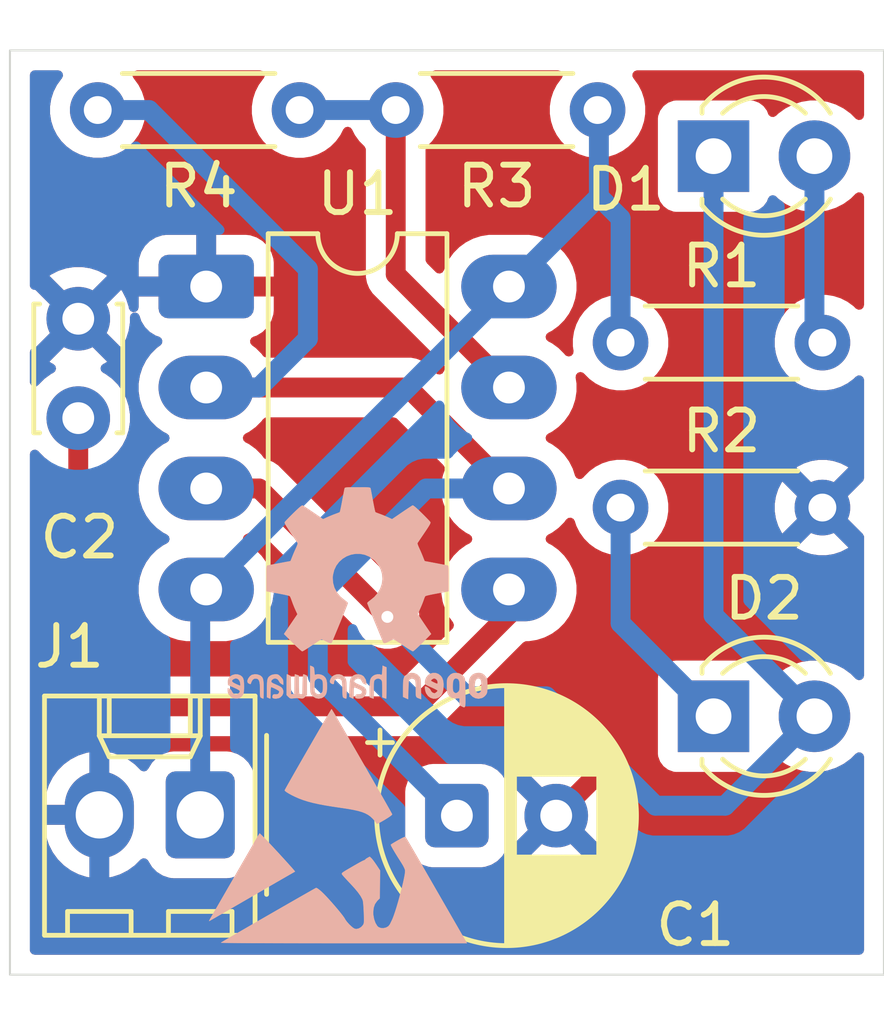
<source format=kicad_pcb>
(kicad_pcb (version 20241229) (generator "pcbnew") (generator_version "9.0")
  (layers (0 "F.Cu" signal) (2 "B.Cu" signal) (13 "F.Paste" user) (15 "B.Paste" user) (5 "F.SilkS" user "F.Silkscreen") (7 "B.SilkS" user "B.Silkscreen") (1 "F.Mask" user) (3 "B.Mask" user) (25 "Edge.Cuts" user))
  (net 0 "")
  (net 1 "GND")
  (net 2 "Net-(U1-THR)")
  (net 3 "Net-(U1-CV)")
  (net 4 "Net-(D1-A)")
  (net 5 "Net-(D1-K)")
  (net 6 "Net-(D2-K)")
  (net 7 "+5V")
  (net 8 "Net-(U1-DIS)")
  (footprint "Connector_Molex:Molex_KK-254_AE-6410-02A_1x02_P2.54mm_Vertical" (layer "F.Cu") (at 49.54 42.98 180)
    (property "Reference" "J1" (at 3.29 4.23 0) (layer "F.SilkS"))
    (property "Value" "PWR")
    (pad "1" thru_hole roundrect (at 0 0 180) (size 1.74 2.19) (drill 1.19) (layers "*.Cu" "*.Mask") (roundrect_rratio 0.143678) (net 7 "+5V"))
    (pad "2" thru_hole oval (at 2.54 0 180) (size 1.74 2.19) (drill 1.19) (layers "*.Cu" "*.Mask") (net 1 "GND"))
  )
  (footprint "Capacitor_THT:C_Disc_D3.0mm_W2.0mm_P2.50mm" (layer "F.Cu") (at 46.47 33 90)
    (property "Reference" "C2" (at -3 0.03 180) (layer "F.SilkS"))
    (property "Value" "0.1uF")
    (pad "1" thru_hole circle (at 0 0 90) (size 1.6 1.6) (drill 0.8) (layers "*.Cu" "*.Mask") (net 3 "Net-(U1-CV)"))
    (pad "2" thru_hole circle (at 2.5 0 90) (size 1.6 1.6) (drill 0.8) (layers "*.Cu" "*.Mask") (net 1 "GND"))
  )
  (footprint "LED_THT:LED_D3.0mm" (layer "F.Cu") (at 62.46 26.41)
    (property "Reference" "D1" (at -2.21 0.84 0) (layer "F.SilkS"))
    (property "Value" "LED")
    (pad "1" thru_hole rect (at 0 0) (size 1.8 1.8) (drill 0.9) (layers "*.Cu" "*.Mask") (net 5 "Net-(D1-K)"))
    (pad "2" thru_hole circle (at 2.54 0) (size 1.8 1.8) (drill 0.9) (layers "*.Cu" "*.Mask") (net 4 "Net-(D1-A)"))
  )
  (footprint "Resistor_THT:R_Axial_DIN0204_L3.6mm_D1.6mm_P5.08mm_Horizontal" (layer "F.Cu") (at 60.12 31.1)
    (property "Reference" "R1" (at 2.54 -1.92 0) (layer "F.SilkS"))
    (property "Value" "330R")
    (pad "1" thru_hole circle (at 0 0) (size 1.4 1.4) (drill 0.7) (layers "*.Cu" "*.Mask") (net 7 "+5V"))
    (pad "2" thru_hole circle (at 5.08 0) (size 1.4 1.4) (drill 0.7) (layers "*.Cu" "*.Mask") (net 4 "Net-(D1-A)"))
  )
  (footprint "Resistor_THT:R_Axial_DIN0204_L3.6mm_D1.6mm_P5.08mm_Horizontal" (layer "F.Cu") (at 60.12 35.25)
    (property "Reference" "R2" (at 2.54 -1.92 0) (layer "F.SilkS"))
    (property "Value" "330R")
    (pad "1" thru_hole circle (at 0 0) (size 1.4 1.4) (drill 0.7) (layers "*.Cu" "*.Mask") (net 6 "Net-(D2-K)"))
    (pad "2" thru_hole circle (at 5.08 0) (size 1.4 1.4) (drill 0.7) (layers "*.Cu" "*.Mask") (net 1 "GND"))
  )
  (footprint "Resistor_THT:R_Axial_DIN0204_L3.6mm_D1.6mm_P5.08mm_Horizontal" (layer "F.Cu") (at 52.04 25.25 180)
    (property "Reference" "R4" (at 2.54 -1.92 0) (layer "F.SilkS"))
    (property "Value" "50K")
    (pad "1" thru_hole circle (at 0 0 180) (size 1.4 1.4) (drill 0.7) (layers "*.Cu" "*.Mask") (net 8 "Net-(U1-DIS)"))
    (pad "2" thru_hole circle (at 5.08 0 180) (size 1.4 1.4) (drill 0.7) (layers "*.Cu" "*.Mask") (net 2 "Net-(U1-THR)"))
  )
  (footprint "Resistor_THT:R_Axial_DIN0204_L3.6mm_D1.6mm_P5.08mm_Horizontal" (layer "F.Cu") (at 59.54 25.25 180)
    (property "Reference" "R3" (at 2.54 -1.92 0) (layer "F.SilkS"))
    (property "Value" "100K")
    (pad "1" thru_hole circle (at 0 0 180) (size 1.4 1.4) (drill 0.7) (layers "*.Cu" "*.Mask") (net 7 "+5V"))
    (pad "2" thru_hole circle (at 5.08 0 180) (size 1.4 1.4) (drill 0.7) (layers "*.Cu" "*.Mask") (net 8 "Net-(U1-DIS)"))
  )
  (footprint "Capacitor_THT:CP_Radial_D6.3mm_P2.50mm" (layer "F.Cu") (at 56 43)
    (property "Reference" "C1" (at 6 2.75 0) (layer "F.SilkS"))
    (property "Value" "10uF")
    (pad "1" thru_hole roundrect (at 0 0) (size 1.6 1.6) (drill 0.8) (layers "*.Cu" "*.Mask") (roundrect_rratio 0.15625) (net 2 "Net-(U1-THR)"))
    (pad "2" thru_hole circle (at 2.5 0) (size 1.6 1.6) (drill 0.8) (layers "*.Cu" "*.Mask") (net 1 "GND"))
  )
  (footprint "LED_THT:LED_D3.0mm" (layer "F.Cu") (at 62.46 40.5)
    (property "Reference" "D2" (at 1.27 -2.96 0) (layer "F.SilkS"))
    (property "Value" "LED")
    (pad "1" thru_hole rect (at 0 0) (size 1.8 1.8) (drill 0.9) (layers "*.Cu" "*.Mask") (net 6 "Net-(D2-K)"))
    (pad "2" thru_hole circle (at 2.54 0) (size 1.8 1.8) (drill 0.9) (layers "*.Cu" "*.Mask") (net 5 "Net-(D1-K)"))
  )
  (footprint "Package_DIP:DIP-8_W7.62mm_LongPads" (layer "F.Cu") (at 49.69 29.69)
    (property "Reference" "U1" (at 3.81 -2.33 0) (layer "F.SilkS"))
    (property "Value" "NE555P")
    (pad "1" thru_hole roundrect (at 0 0) (size 2.4 1.6) (drill 0.8) (layers "*.Cu" "*.Mask") (roundrect_rratio 0.15625) (net 1 "GND"))
    (pad "2" thru_hole oval (at 0 2.54) (size 2.4 1.6) (drill 0.8) (layers "*.Cu" "*.Mask") (net 2 "Net-(U1-THR)"))
    (pad "3" thru_hole oval (at 0 5.08) (size 2.4 1.6) (drill 0.8) (layers "*.Cu" "*.Mask") (net 5 "Net-(D1-K)"))
    (pad "4" thru_hole oval (at 0 7.62) (size 2.4 1.6) (drill 0.8) (layers "*.Cu" "*.Mask") (net 7 "+5V"))
    (pad "5" thru_hole oval (at 7.62 7.62) (size 2.4 1.6) (drill 0.8) (layers "*.Cu" "*.Mask") (net 3 "Net-(U1-CV)"))
    (pad "6" thru_hole oval (at 7.62 5.08) (size 2.4 1.6) (drill 0.8) (layers "*.Cu" "*.Mask") (net 2 "Net-(U1-THR)"))
    (pad "7" thru_hole oval (at 7.62 2.54) (size 2.4 1.6) (drill 0.8) (layers "*.Cu" "*.Mask") (net 8 "Net-(U1-DIS)"))
    (pad "8" thru_hole oval (at 7.62 0) (size 2.4 1.6) (drill 0.8) (layers "*.Cu" "*.Mask") (net 7 "+5V"))
  )
  (footprint "Symbol:ESD-Logo_6.6x6mm_SilkScreen" (layer "B.Cu") (at 53 43.25 180)
    (property "Reference" "REF**" (hide yes))
    (property "Value" "ESD-Logo_6.6x6mm_SilkScreen" (hide yes))
  )
  (footprint "Symbol:OSHW-Logo2_7.3x6mm_SilkScreen" (layer "B.Cu") (at 53.5 37.5 180)
    (property "Reference" "REF**" (hide yes))
    (property "Value" "OSHW-Logo2_7.3x6mm_SilkScreen" (hide yes))
  )
  (gr_rect (start 44.75 23.75) (end 66.75 47) (stroke (width 0.05)) (fill no) (layer "Edge.Cuts"))
  (segment (start 49.69 32.23) (end 54.77 32.23) (width 0.5) (layer "F.Cu") (net 2))
  (segment (start 54.77 32.23) (end 57.31 34.77) (width 0.5) (layer "F.Cu") (net 2))
  (segment (start 52.5 39.5) (end 52.5 37.5) (width 0.5) (layer "B.Cu") (net 2))
  (segment (start 55.23 34.77) (end 57.31 34.77) (width 0.5) (layer "B.Cu") (net 2))
  (segment (start 48.25 25.25) (end 52.25 29.25) (width 0.5) (layer "B.Cu") (net 2))
  (segment (start 51.02 32.23) (end 49.69 32.23) (width 0.5) (layer "B.Cu") (net 2))
  (segment (start 56 43) (end 52.5 39.5) (width 0.5) (layer "B.Cu") (net 2))
  (segment (start 46.96 25.25) (end 48.25 25.25) (width 0.5) (layer "B.Cu") (net 2))
  (segment (start 52.25 31) (end 51.02 32.23) (width 0.5) (layer "B.Cu") (net 2))
  (segment (start 52.25 29.25) (end 52.25 31) (width 0.5) (layer "B.Cu") (net 2))
  (segment (start 52.5 37.5) (end 55.23 34.77) (width 0.5) (layer "B.Cu") (net 2))
  (segment (start 57.31 37.94) (end 57.31 37.31) (width 0.5) (layer "F.Cu") (net 3))
  (segment (start 46.47 38.72) (end 48 40.25) (width 0.5) (layer "F.Cu") (net 3))
  (segment (start 46.47 33) (end 46.47 38.72) (width 0.5) (layer "F.Cu") (net 3))
  (segment (start 48 40.25) (end 55 40.25) (width 0.5) (layer "F.Cu") (net 3))
  (segment (start 55 40.25) (end 57.31 37.94) (width 0.5) (layer "F.Cu") (net 3))
  (segment (start 65 30.9) (end 65.2 31.1) (width 0.5) (layer "B.Cu") (net 4))
  (segment (start 65 26.41) (end 65 30.9) (width 0.5) (layer "B.Cu") (net 4))
  (segment (start 49.69 34.77) (end 51.02 34.77) (width 0.5) (layer "F.Cu") (net 5))
  (segment (start 51.02 34.77) (end 54.25 38) (width 0.5) (layer "F.Cu") (net 5))
  (via (at 54.25 38) (size 0.6) (drill 0.3) (layers "F.Cu" "B.Cu") (net 5))
  (segment (start 56.25 40) (end 58.25 40) (width 0.5) (layer "B.Cu") (net 5))
  (segment (start 61 42.75) (end 62.75 42.75) (width 0.5) (layer "B.Cu") (net 5))
  (segment (start 65 40.5) (end 62.46 37.96) (width 0.5) (layer "B.Cu") (net 5))
  (segment (start 54.25 38) (end 56.25 40) (width 0.5) (layer "B.Cu") (net 5))
  (segment (start 62.46 37.96) (end 62.46 26.41) (width 0.5) (layer "B.Cu") (net 5))
  (segment (start 58.25 40) (end 61 42.75) (width 0.5) (layer "B.Cu") (net 5))
  (segment (start 62.75 42.75) (end 65 40.5) (width 0.5) (layer "B.Cu") (net 5))
  (segment (start 60.12 38.16) (end 62.46 40.5) (width 0.5) (layer "B.Cu") (net 6))
  (segment (start 60.12 35.25) (end 60.12 38.16) (width 0.5) (layer "B.Cu") (net 6))
  (segment (start 49.54 42.98) (end 49.54 37.46) (width 0.5) (layer "B.Cu") (net 7))
  (segment (start 59.573918 27.426082) (end 59.573918 25.283918) (width 0.5) (layer "B.Cu") (net 7))
  (segment (start 49.69 37.31) (end 57.31 29.69) (width 0.5) (layer "B.Cu") (net 7))
  (segment (start 60.12 31.1) (end 60.12 27.972164) (width 0.5) (layer "B.Cu") (net 7))
  (segment (start 49.54 37.46) (end 49.69 37.31) (width 0.5) (layer "B.Cu") (net 7))
  (segment (start 59.573918 25.283918) (end 59.54 25.25) (width 0.5) (layer "B.Cu") (net 7))
  (segment (start 60.12 27.972164) (end 59.573918 27.426082) (width 0.5) (layer "B.Cu") (net 7))
  (segment (start 57.31 29.69) (end 59.573918 27.426082) (width 0.5) (layer "B.Cu") (net 7))
  (segment (start 54.46 29.38) (end 57.31 32.23) (width 0.5) (layer "F.Cu") (net 8))
  (segment (start 54.46 25.25) (end 54.46 29.38) (width 0.5) (layer "F.Cu") (net 8))
  (segment (start 52.04 25.25) (end 54.46 25.25) (width 0.5) (layer "B.Cu") (net 8))
  (zone (net 1) (net_name "GND") (layer "F.Cu") (connect_pads (clearance 0.5)) (min_thickness 0.25) (fill yes (thermal_gap 0.5) (thermal_bridge_width 0.5))
    (polygon (pts (xy 44.75 23.75) (xy 66.75 23.75) (xy 66.75 47) (xy 44.5 47)))
  )
  (zone (net 1) (net_name "GND") (layer "B.Cu") (priority 1) (connect_pads (clearance 0.5)) (min_thickness 0.25) (fill yes (thermal_gap 0.5) (thermal_bridge_width 0.5))
    (polygon (pts (xy 44.75 23.75) (xy 66.75 23.75) (xy 66.75 47) (xy 44.5 47)))
  )
)
</source>
